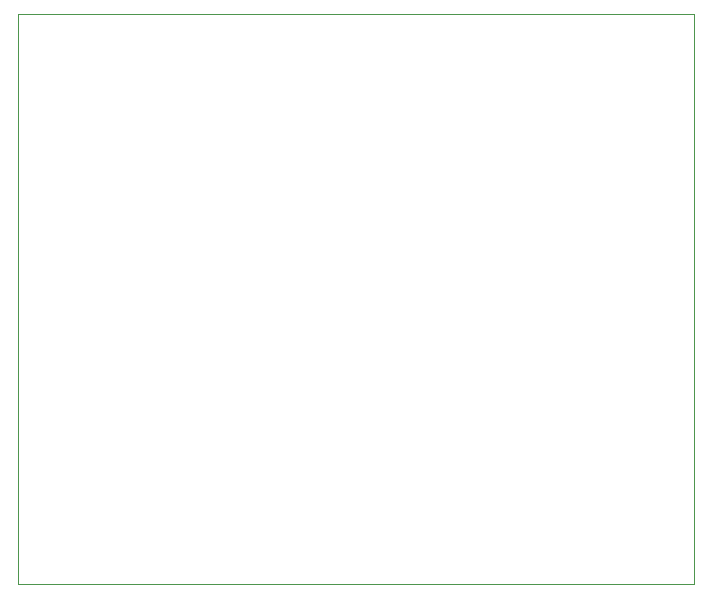
<source format=gbr>
%TF.GenerationSoftware,KiCad,Pcbnew,(6.0.7)*%
%TF.CreationDate,2022-09-01T00:20:10+02:00*%
%TF.ProjectId,ES9033_prototype,45533930-3333-45f7-9072-6f746f747970,rev?*%
%TF.SameCoordinates,Original*%
%TF.FileFunction,Profile,NP*%
%FSLAX46Y46*%
G04 Gerber Fmt 4.6, Leading zero omitted, Abs format (unit mm)*
G04 Created by KiCad (PCBNEW (6.0.7)) date 2022-09-01 00:20:10*
%MOMM*%
%LPD*%
G01*
G04 APERTURE LIST*
%TA.AperFunction,Profile*%
%ADD10C,0.100000*%
%TD*%
G04 APERTURE END LIST*
D10*
X34000000Y-40250000D02*
X91250000Y-40250000D01*
X91250000Y-40250000D02*
X91250000Y-88500000D01*
X91250000Y-88500000D02*
X34000000Y-88500000D01*
X34000000Y-88500000D02*
X34000000Y-40250000D01*
M02*

</source>
